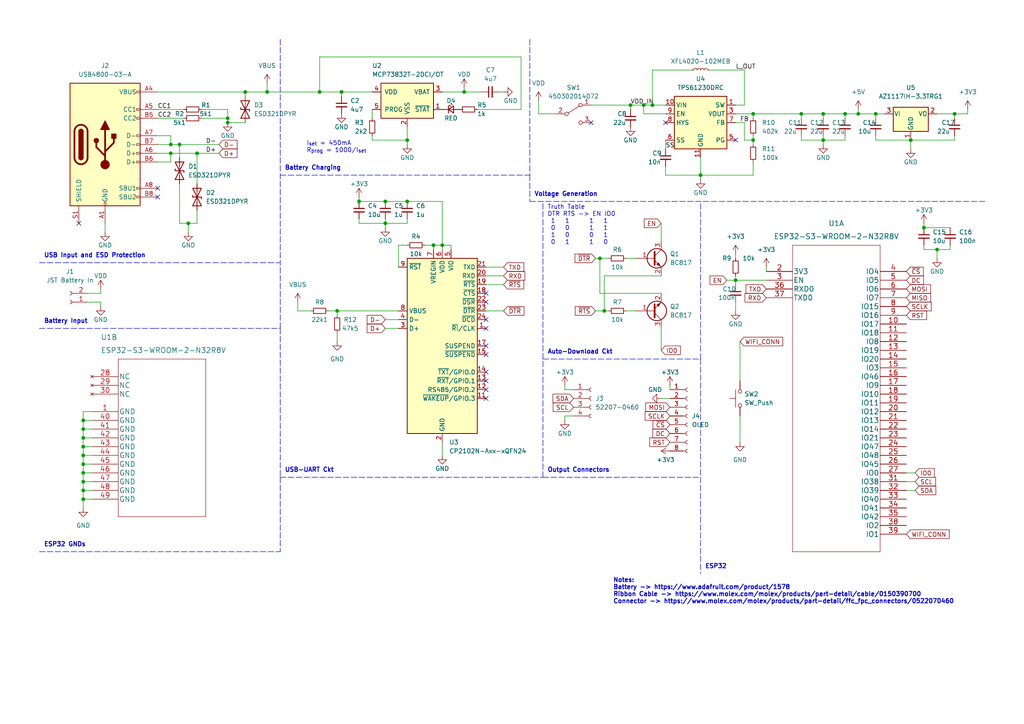
<source format=kicad_sch>
(kicad_sch (version 20211123) (generator eeschema)
  (paper "A4")
  (title_block (title "Project Lab 3 - Main Board") (rev "1"))
  (lib_symbols
    (symbol "Battery_Management:MCP73831-2-OT" (pin_names (offset 1.016))
      (property "Reference" "U?" (at -10.16 10.16 0))
      (property "Value" "MCP73832T-2DCI/OT" (at -10.16 7.62 0))
      (symbol "MCP73831-2-OT_1_1"
        (pin output line (at 10.16 -2.54 180) (length 2.54) (name "~{STAT}") (number "1"))
        (pin power_in line (at 0 -7.62 90) (length 2.54) (name "VSS") (number "2"))
        (pin power_out line (at 10.16 2.54 180) (length 2.54) (name "VBAT") (number "3"))
        (pin power_in line (at -10.16 2.54 0) (length 2.54) (name "VDD") (number "4"))
        (pin input line (at -10.16 -2.54 0) (length 2.54) (name "PROG") (number "5"))
      )
    )
    (symbol "Connector:Conn_01x02_Female" (pin_names (offset 1.016) hide)
      (property "Reference" "J" (at 0 2.54 0))
      (property "Value" "Conn_01x02_Female" (at 0 -5.08 0))
      (symbol "Conn_01x02_Female_1_1"
        (pin passive line (at -5.08 0 0) (length 3.81) (name "Pin_1") (number "1"))
        (pin passive line (at -5.08 -2.54 0) (length 3.81) (name "Pin_2") (number "2"))
      )
    )
    (symbol "Connector:Conn_01x04_Female" (pin_names (offset 1.016) hide)
      (property "Reference" "J" (at 0 5.08 0))
      (property "Value" "Conn_01x04_Female" (at 0 -7.62 0))
      (symbol "Conn_01x04_Female_1_1"
        (pin passive line (at -5.08 2.54 0) (length 3.81) (name "Pin_1") (number "1"))
        (pin passive line (at -5.08 0 0) (length 3.81) (name "Pin_2") (number "2"))
        (pin passive line (at -5.08 -2.54 0) (length 3.81) (name "Pin_3") (number "3"))
        (pin passive line (at -5.08 -5.08 0) (length 3.81) (name "Pin_4") (number "4"))
      )
    )
    (symbol "Connector:Conn_01x08_Female" (pin_names (offset 1.016) hide)
      (property "Reference" "J" (at 0 10.16 0))
      (property "Value" "Conn_01x08_Female" (at 0 -12.7 0))
      (symbol "Conn_01x08_Female_1_1"
        (pin passive line (at -5.08 7.62 0) (length 3.81) (name "Pin_1") (number "1"))
        (pin passive line (at -5.08 5.08 0) (length 3.81) (name "Pin_2") (number "2"))
        (pin passive line (at -5.08 2.54 0) (length 3.81) (name "Pin_3") (number "3"))
        (pin passive line (at -5.08 0 0) (length 3.81) (name "Pin_4") (number "4"))
        (pin passive line (at -5.08 -2.54 0) (length 3.81) (name "Pin_5") (number "5"))
        (pin passive line (at -5.08 -5.08 0) (length 3.81) (name "Pin_6") (number "6"))
        (pin passive line (at -5.08 -7.62 0) (length 3.81) (name "Pin_7") (number "7"))
        (pin passive line (at -5.08 -10.16 0) (length 3.81) (name "Pin_8") (number "8"))
      )
    )
    (symbol "Connector:USB_C_Receptacle_USB2.0" (pin_names (offset 1.016))
      (property "Reference" "J" (at -10.16 19.05 0))
      (property "Value" "USB_C_Receptacle_USB2.0" (at 19.05 19.05 0))
      (symbol "USB_C_Receptacle_USB2.0_1_1"
        (pin passive line (at 0 -22.86 90) (length 5.08) (name "GND") (number "A1"))
        (pin passive line (at 0 -22.86 90) (length 5.08) hide (name "GND") (number "A12"))
        (pin passive line (at 15.24 15.24 180) (length 5.08) (name "VBUS") (number "A4"))
        (pin bidirectional line (at 15.24 10.16 180) (length 5.08) (name "CC1") (number "A5"))
        (pin bidirectional line (at 15.24 -2.54 180) (length 5.08) (name "D+") (number "A6"))
        (pin bidirectional line (at 15.24 2.54 180) (length 5.08) (name "D-") (number "A7"))
        (pin bidirectional line (at 15.24 -12.7 180) (length 5.08) (name "SBU1") (number "A8"))
        (pin passive line (at 15.24 15.24 180) (length 5.08) hide (name "VBUS") (number "A9"))
        (pin passive line (at 0 -22.86 90) (length 5.08) hide (name "GND") (number "B1"))
        (pin passive line (at 0 -22.86 90) (length 5.08) hide (name "GND") (number "B12"))
        (pin passive line (at 15.24 15.24 180) (length 5.08) hide (name "VBUS") (number "B4"))
        (pin bidirectional line (at 15.24 7.62 180) (length 5.08) (name "CC2") (number "B5"))
        (pin bidirectional line (at 15.24 -5.08 180) (length 5.08) (name "D+") (number "B6"))
        (pin bidirectional line (at 15.24 0 180) (length 5.08) (name "D-") (number "B7"))
        (pin bidirectional line (at 15.24 -15.24 180) (length 5.08) (name "SBU2") (number "B8"))
        (pin passive line (at 15.24 15.24 180) (length 5.08) hide (name "VBUS") (number "B9"))
        (pin passive line (at -7.62 -22.86 90) (length 5.08) (name "SHIELD") (number "S1"))
      )
    )
    (symbol "Device:C_Small" (pin_numbers hide) (pin_names (offset 0.254) hide)
      (property "Reference" "C" (at 0.254 1.778 0))
      (property "Value" "C_Small" (at 0.254 -2.032 0))
      (symbol "C_Small_1_1"
        (pin passive line (at 0 2.54 270) (length 2.032) (name "~") (number "1"))
        (pin passive line (at 0 -2.54 90) (length 2.032) (name "~") (number "2"))
      )
    )
    (symbol "Device:D_TVS" (pin_numbers hide) (pin_names (offset 1.016) hide)
      (property "Reference" "D" (at 0 2.54 0))
      (property "Value" "D_TVS" (at 0 -2.54 0))
      (symbol "D_TVS_1_1"
        (pin passive line (at -3.81 0 0) (length 2.54) (name "A1") (number "1"))
        (pin passive line (at 3.81 0 180) (length 2.54) (name "A2") (number "2"))
      )
    )
    (symbol "Device:LED_Small" (pin_numbers hide) (pin_names (offset 0.254) hide)
      (property "Reference" "D" (at -1.27 3.175 0))
      (property "Value" "LED_Small" (at -4.445 -2.54 0))
      (symbol "LED_Small_1_1"
        (pin passive line (at -2.54 0 0) (length 1.778) (name "K") (number "1"))
        (pin passive line (at 2.54 0 180) (length 1.778) (name "A") (number "2"))
      )
    )
    (symbol "Device:L_Small" (pin_numbers hide) (pin_names (offset 0.254) hide)
      (property "Reference" "L" (at 0.762 1.016 0))
      (property "Value" "L_Small" (at 0.762 -1.016 0))
      (symbol "L_Small_1_1"
        (pin passive line (at 0 2.54 270) (length 0.508) (name "~") (number "1"))
        (pin passive line (at 0 -2.54 90) (length 0.508) (name "~") (number "2"))
      )
    )
    (symbol "Device:R_Small" (pin_numbers hide) (pin_names (offset 0.254) hide)
      (property "Reference" "R" (at 0.762 0.508 0))
      (property "Value" "R_Small" (at 0.762 -1.016 0))
      (symbol "R_Small_1_1"
        (pin passive line (at 0 2.54 270) (length 0.762) (name "~") (number "1"))
        (pin passive line (at 0 -2.54 90) (length 0.762) (name "~") (number "2"))
      )
    )
    (symbol "Interface_USB:CP2102N-Axx-xQFN24"
      (property "Reference" "U" (at -8.89 26.67 0))
      (property "Value" "CP2102N-Axx-xQFN24" (at 13.97 26.67 0))
      (symbol "CP2102N-Axx-xQFN24_1_1"
        (pin bidirectional line (at 12.7 5.08 180) (length 2.54) (name "~{RI}/CLK") (number "1"))
        (pin no_connect line (at -10.16 -22.86 0) (length 2.54) hide (name "NC") (number "10"))
        (pin bidirectional line (at 12.7 -15.24 180) (length 2.54) (name "~{WAKEUP}/GPIO.3") (number "11"))
        (pin bidirectional line (at 12.7 -12.7 180) (length 2.54) (name "RS485/GPIO.2") (number "12"))
        (pin bidirectional line (at 12.7 -10.16 180) (length 2.54) (name "~{RXT}/GPIO.1") (number "13"))
        (pin bidirectional line (at 12.7 -7.62 180) (length 2.54) (name "~{TXT}/GPIO.0") (number "14"))
        (pin output line (at 12.7 -2.54 180) (length 2.54) (name "~{SUSPEND}") (number "15"))
        (pin no_connect line (at 10.16 -22.86 180) (length 2.54) hide (name "NC") (number "16"))
        (pin output line (at 12.7 0 180) (length 2.54) (name "SUSPEND") (number "17"))
        (pin input line (at 12.7 15.24 180) (length 2.54) (name "~{CTS}") (number "18"))
        (pin output line (at 12.7 17.78 180) (length 2.54) (name "~{RTS}") (number "19"))
        (pin power_in line (at 0 -27.94 90) (length 2.54) (name "GND") (number "2"))
        (pin input line (at 12.7 20.32 180) (length 2.54) (name "RXD") (number "20"))
        (pin output line (at 12.7 22.86 180) (length 2.54) (name "TXD") (number "21"))
        (pin input line (at 12.7 12.7 180) (length 2.54) (name "~{DSR}") (number "22"))
        (pin output line (at 12.7 10.16 180) (length 2.54) (name "~{DTR}") (number "23"))
        (pin input line (at 12.7 7.62 180) (length 2.54) (name "~{DCD}") (number "24"))
        (pin passive line (at 0 -27.94 90) (length 2.54) hide (name "GND") (number "25"))
        (pin bidirectional line (at -12.7 5.08 0) (length 2.54) (name "D+") (number "3"))
        (pin bidirectional line (at -12.7 7.62 0) (length 2.54) (name "D-") (number "4"))
        (pin power_in line (at 2.54 27.94 270) (length 2.54) (name "VIO") (number "5"))
        (pin power_in line (at 0 27.94 270) (length 2.54) (name "VDD") (number "6"))
        (pin power_in line (at -2.54 27.94 270) (length 2.54) (name "VREGIN") (number "7"))
        (pin input line (at -12.7 10.16 0) (length 2.54) (name "VBUS") (number "8"))
        (pin input line (at -12.7 22.86 0) (length 2.54) (name "~{RST}") (number "9"))
      )
    )
    (symbol "Regulator_Linear:AZ1117-3.3" (pin_names (offset 0.254))
      (property "Reference" "U" (at -3.81 3.175 0))
      (property "Value" "AZ1117-3.3" (at 0 3.175 0))
      (symbol "AZ1117-3.3_1_1"
        (pin power_in line (at 0 -7.62 90) (length 2.54) (name "GND") (number "1"))
        (pin power_out line (at 7.62 0 180) (length 2.54) (name "VO") (number "2"))
        (pin power_in line (at -7.62 0 0) (length 2.54) (name "VI") (number "3"))
      )
    )
    (symbol "Regulator_Switching:TPS61230DRC"
      (property "Reference" "U" (at -7.62 11.43 0))
      (property "Value" "TPS61230DRC" (at -7.62 8.89 0))
      (symbol "TPS61230DRC_1_1"
        (pin power_out line (at 10.16 5.08 180) (length 2.54) (name "SW") (number "1"))
        (pin power_in line (at -10.16 5.08 0) (length 2.54) (name "VIN") (number "10"))
        (pin power_in line (at 0 -10.16 90) (length 2.54) (name "GND") (number "11"))
        (pin passive line (at 10.16 5.08 180) (length 2.54) hide (name "SW") (number "2"))
        (pin power_out line (at 10.16 2.54 180) (length 2.54) (name "VOUT") (number "3"))
        (pin passive line (at 10.16 2.54 180) (length 2.54) hide (name "VOUT") (number "4"))
        (pin output line (at 10.16 -5.08 180) (length 2.54) (name "PG") (number "5"))
        (pin input line (at -10.16 -5.08 0) (length 2.54) (name "SS") (number "6"))
        (pin input line (at 10.16 0 180) (length 2.54) (name "FB") (number "7"))
        (pin output line (at -10.16 0 0) (length 2.54) (name "HYS") (number "8"))
        (pin input line (at -10.16 2.54 0) (length 2.54) (name "EN") (number "9"))
      )
    )
    (symbol "Switch:SW_Push" (pin_numbers hide) (pin_names (offset 1.016) hide)
      (property "Reference" "SW" (at 1.27 2.54 0))
      (property "Value" "SW_Push" (at 0 -1.524 0))
      (symbol "SW_Push_0_1"
        (pin passive line (at -5.08 0 0) (length 2.54) (name "1") (number "1"))
        (pin passive line (at 5.08 0 180) (length 2.54) (name "2") (number "2"))
      )
    )
    (symbol "Switch:SW_SPDT" (pin_names (offset 0) hide)
      (property "Reference" "SW" (at 0 4.318 0))
      (property "Value" "SW_SPDT" (at 0 -5.08 0))
      (symbol "SW_SPDT_1_1"
        (pin passive line (at 5.08 2.54 180) (length 2.54) (name "A") (number "1"))
        (pin passive line (at -5.08 0 0) (length 2.54) (name "B") (number "2"))
        (pin passive line (at 5.08 -2.54 180) (length 2.54) (name "C") (number "3"))
      )
    )
    (symbol "Transistor_BJT:BC817" (pin_names (offset 0) hide)
      (property "Reference" "Q" (at 5.08 1.905 0))
      (property "Value" "BC817" (at 5.08 0 0))
      (symbol "BC817_1_1"
        (pin input line (at -5.08 0 0) (length 5.715) (name "B") (number "1"))
        (pin passive line (at 2.54 -5.08 90) (length 2.54) (name "E") (number "2"))
        (pin passive line (at 2.54 5.08 270) (length 2.54) (name "C") (number "3"))
      )
    )
    (symbol "esp32-s3-wroom2:ESP32-S3-WROOM-2-N32R8V" (pin_names (offset 0.254))
      (property "Reference" "U" (at 20.32 12.7 0))
      (property "Value" "ESP32-S3-WROOM-2-N32R8V" (at 20.32 10.16 0))
      (symbol "ESP32-S3-WROOM-2-N32R8V_1_1"
        (pin bidirectional line (at 40.64 -15.24 180) (length 7.62) (name "IO17") (number "10"))
        (pin bidirectional line (at 40.64 -17.78 180) (length 7.62) (name "IO18") (number "11"))
        (pin bidirectional line (at 40.64 -20.32 180) (length 7.62) (name "IO8") (number "12"))
        (pin bidirectional line (at 40.64 -22.86 180) (length 7.62) (name "IO19") (number "13"))
        (pin bidirectional line (at 40.64 -25.4 180) (length 7.62) (name "IO20") (number "14"))
        (pin bidirectional line (at 40.64 -27.94 180) (length 7.62) (name "IO3") (number "15"))
        (pin bidirectional line (at 40.64 -30.48 180) (length 7.62) (name "IO46") (number "16"))
        (pin bidirectional line (at 40.64 -33.02 180) (length 7.62) (name "IO9") (number "17"))
        (pin bidirectional line (at 40.64 -35.56 180) (length 7.62) (name "IO10") (number "18"))
        (pin bidirectional line (at 40.64 -38.1 180) (length 7.62) (name "IO11") (number "19"))
        (pin unspecified line (at 0 0 0) (length 7.62) (name "3V3") (number "2"))
        (pin bidirectional line (at 40.64 -40.64 180) (length 7.62) (name "IO12") (number "20"))
        (pin bidirectional line (at 40.64 -43.18 180) (length 7.62) (name "IO13") (number "21"))
        (pin bidirectional line (at 40.64 -45.72 180) (length 7.62) (name "IO14") (number "22"))
        (pin bidirectional line (at 40.64 -48.26 180) (length 7.62) (name "IO21") (number "23"))
        (pin bidirectional line (at 40.64 -50.8 180) (length 7.62) (name "IO47") (number "24"))
        (pin bidirectional line (at 40.64 -53.34 180) (length 7.62) (name "IO48") (number "25"))
        (pin bidirectional line (at 40.64 -55.88 180) (length 7.62) (name "IO45") (number "26"))
        (pin bidirectional line (at 40.64 -58.42 180) (length 7.62) (name "IO0") (number "27"))
        (pin unspecified line (at 0 -2.54 0) (length 7.62) (name "EN") (number "3"))
        (pin bidirectional line (at 40.64 -60.96 180) (length 7.62) (name "IO38") (number "31"))
        (pin bidirectional line (at 40.64 -63.5 180) (length 7.62) (name "IO39") (number "32"))
        (pin bidirectional line (at 40.64 -66.04 180) (length 7.62) (name "IO40") (number "33"))
        (pin bidirectional line (at 40.64 -68.58 180) (length 7.62) (name "IO41") (number "34"))
        (pin bidirectional line (at 40.64 -71.12 180) (length 7.62) (name "IO42") (number "35"))
        (pin bidirectional line (at 0 -5.08 0) (length 7.62) (name "RXD0") (number "36"))
        (pin bidirectional line (at 0 -7.62 0) (length 7.62) (name "TXD0") (number "37"))
        (pin bidirectional line (at 40.64 -73.66 180) (length 7.62) (name "IO2") (number "38"))
        (pin bidirectional line (at 40.64 -76.2 180) (length 7.62) (name "IO1") (number "39"))
        (pin bidirectional line (at 40.64 0 180) (length 7.62) (name "IO4") (number "4"))
        (pin bidirectional line (at 40.64 -2.54 180) (length 7.62) (name "IO5") (number "5"))
        (pin bidirectional line (at 40.64 -5.08 180) (length 7.62) (name "IO6") (number "6"))
        (pin bidirectional line (at 40.64 -7.62 180) (length 7.62) (name "IO7") (number "7"))
        (pin bidirectional line (at 40.64 -10.16 180) (length 7.62) (name "IO15") (number "8"))
        (pin bidirectional line (at 40.64 -12.7 180) (length 7.62) (name "IO16") (number "9"))
      )
      (symbol "ESP32-S3-WROOM-2-N32R8V_2_1"
        (pin power_in line (at 0 -10.16 0) (length 7.62) (name "GND") (number "1"))
        (pin no_connect line (at 0 0 0) (length 7.62) (name "NC") (number "28"))
        (pin no_connect line (at 0 -2.54 0) (length 7.62) (name "NC") (number "29"))
        (pin no_connect line (at 0 -5.08 0) (length 7.62) (name "NC") (number "30"))
        (pin power_in line (at 0 -12.7 0) (length 7.62) (name "GND") (number "40"))
        (pin power_in line (at 0 -15.24 0) (length 7.62) (name "GND") (number "41"))
        (pin power_in line (at 0 -17.78 0) (length 7.62) (name "GND") (number "42"))
        (pin power_in line (at 0 -20.32 0) (length 7.62) (name "GND") (number "43"))
        (pin power_in line (at 0 -22.86 0) (length 7.62) (name "GND") (number "44"))
        (pin power_in line (at 0 -25.4 0) (length 7.62) (name "GND") (number "45"))
        (pin power_in line (at 0 -27.94 0) (length 7.62) (name "GND") (number "46"))
        (pin power_in line (at 0 -30.48 0) (length 7.62) (name "GND") (number "47"))
        (pin power_in line (at 0 -33.02 0) (length 7.62) (name "GND") (number "48"))
        (pin power_in line (at 0 -35.56 0) (length 7.62) (name "GND") (number "49"))
      )
    )
    (symbol "power:+3V3" (power) (pin_names (offset 0))
      (property "Value" "+3V3" (at 0 3.556 0))
      (symbol "+3V3_1_1"
        (pin power_in line (at 0 0 90) (length 0) hide (name "+3V3") (number "1"))
      )
    )
    (symbol "power:+5V" (power) (pin_names (offset 0))
      (property "Value" "+5V" (at 0 3.556 0))
      (symbol "+5V_1_1"
        (pin power_in line (at 0 0 90) (length 0) hide (name "+5V") (number "1"))
      )
    )
    (symbol "power:GND" (power) (pin_names (offset 0))
      (property "Value" "GND" (at 0 -3.81 0))
      (symbol "GND_1_1"
        (pin power_in line (at 0 0 270) (length 0) hide (name "GND") (number "1"))
      )
    )
    (symbol "power:VBUS" (power) (pin_names (offset 0))
      (property "Value" "VBUS" (at 0 3.81 0))
      (symbol "VBUS_1_1"
        (pin power_in line (at 0 0 90) (length 0) hide (name "VBUS") (number "1"))
      )
    )
    (symbol "power:VDD" (power) (pin_names (offset 0))
      (property "Value" "VDD" (at 0 3.81 0))
      (symbol "VDD_1_1"
        (pin power_in line (at 0 0 90) (length 0) hide (name "VDD") (number "1"))
      )
    )
  )
  (junction (at 99.06 26.67))
  (junction (at 267.97 66.04))
  (junction (at 57.15 44.45))
  (junction (at 49.53 41.91))
  (junction (at 104.14 58.42))
  (junction (at 77.47 26.67))
  (junction (at 111.76 64.77))
  (junction (at 24.13 127))
  (junction (at 118.11 40.64))
  (junction (at 213.36 81.28))
  (junction (at 128.27 71.12))
  (junction (at 218.44 33.02))
  (junction (at 276.86 33.02))
  (junction (at 125.73 71.12))
  (junction (at 186.69 30.48))
  (junction (at 52.07 41.91))
  (junction (at 264.16 40.64))
  (junction (at 111.76 58.42))
  (junction (at 54.61 64.77))
  (junction (at 189.23 30.48))
  (junction (at 238.76 33.02))
  (junction (at 271.78 72.39))
  (junction (at 49.53 44.45))
  (junction (at 92.71 26.67))
  (junction (at 24.13 121.92))
  (junction (at 203.2 50.8))
  (junction (at 24.13 132.08))
  (junction (at 254 33.02))
  (junction (at 24.13 134.62))
  (junction (at 173.99 74.93))
  (junction (at 24.13 124.46))
  (junction (at 66.04 35.56))
  (junction (at 118.11 58.42))
  (junction (at 248.92 33.02))
  (junction (at 24.13 137.16))
  (junction (at 182.88 30.48))
  (junction (at 24.13 139.7))
  (junction (at 24.13 142.24))
  (junction (at 66.04 34.29))
  (junction (at 134.62 26.67))
  (junction (at 24.13 129.54))
  (junction (at 245.11 33.02))
  (junction (at 232.41 33.02))
  (junction (at 71.12 26.67))
  (junction (at 218.44 40.64))
  (junction (at 24.13 144.78))
  (junction (at 97.79 90.17))
  (junction (at 175.26 90.17))
  (junction (at 238.76 40.64))
  (no_connect (at 171.45 35.56))
  (no_connect (at 140.97 110.49))
  (no_connect (at 22.86 64.77))
  (no_connect (at 140.97 87.63))
  (no_connect (at 140.97 115.57))
  (no_connect (at 140.97 113.03))
  (no_connect (at 140.97 107.95))
  (no_connect (at 213.36 40.64))
  (no_connect (at 45.72 57.15))
  (no_connect (at 140.97 95.25))
  (no_connect (at 45.72 54.61))
  (no_connect (at 140.97 102.87))
  (no_connect (at 140.97 85.09))
  (no_connect (at 140.97 92.71))
  (no_connect (at 193.04 35.56))
  (no_connect (at 140.97 100.33))
  (wire (pts (xy 222.25 77.47) (xy 222.25 78.74)))
  (wire (pts (xy 66.04 31.75) (xy 58.42 31.75)))
  (wire (pts (xy 163.83 121.92) (xy 163.83 120.65)))
  (wire (pts (xy 24.13 124.46) (xy 26.67 124.46)))
  (polyline (pts (xy 81.28 50.8) (xy 153.67 50.8)))
  (wire (pts (xy 238.76 40.64) (xy 238.76 41.91)))
  (wire (pts (xy 29.21 87.63) (xy 29.21 88.9)))
  (wire (pts (xy 191.77 85.09) (xy 173.99 85.09)))
  (wire (pts (xy 24.13 121.92) (xy 26.67 121.92)))
  (wire (pts (xy 163.83 113.03) (xy 166.37 113.03)))
  (wire (pts (xy 95.25 90.17) (xy 97.79 90.17)))
  (wire (pts (xy 262.89 139.7) (xy 265.43 139.7)))
  (wire (pts (xy 173.99 74.93) (xy 176.53 74.93)))
  (wire (pts (xy 30.48 64.77) (xy 30.48 67.31)))
  (wire (pts (xy 213.36 33.02) (xy 218.44 33.02)))
  (wire (pts (xy 245.11 34.29) (xy 245.11 33.02)))
  (wire (pts (xy 193.04 50.8) (xy 203.2 50.8)))
  (polyline (pts (xy 11.43 76.2) (xy 81.28 76.2)))
  (wire (pts (xy 111.76 64.77) (xy 111.76 63.5)))
  (wire (pts (xy 66.04 35.56) (xy 66.04 34.29)))
  (wire (pts (xy 24.13 124.46) (xy 24.13 127)))
  (wire (pts (xy 134.62 26.67) (xy 139.7 26.67)))
  (wire (pts (xy 193.04 40.64) (xy 193.04 43.18)))
  (wire (pts (xy 111.76 92.71) (xy 115.57 92.71)))
  (wire (pts (xy 45.72 34.29) (xy 53.34 34.29)))
  (wire (pts (xy 24.13 121.92) (xy 24.13 124.46)))
  (wire (pts (xy 189.23 20.32) (xy 189.23 30.48)))
  (wire (pts (xy 134.62 25.4) (xy 134.62 26.67)))
  (wire (pts (xy 26.67 139.7) (xy 24.13 139.7)))
  (wire (pts (xy 24.13 134.62) (xy 24.13 137.16)))
  (wire (pts (xy 191.77 64.77) (xy 191.77 69.85)))
  (wire (pts (xy 24.13 132.08) (xy 24.13 134.62)))
  (wire (pts (xy 97.79 90.17) (xy 115.57 90.17)))
  (wire (pts (xy 26.67 137.16) (xy 24.13 137.16)))
  (wire (pts (xy 181.61 74.93) (xy 184.15 74.93)))
  (wire (pts (xy 276.86 40.64) (xy 276.86 39.37)))
  (wire (pts (xy 24.13 142.24) (xy 24.13 144.78)))
  (wire (pts (xy 156.21 33.02) (xy 161.29 33.02)))
  (wire (pts (xy 140.97 90.17) (xy 146.05 90.17)))
  (wire (pts (xy 128.27 58.42) (xy 128.27 71.12)))
  (wire (pts (xy 213.36 81.28) (xy 213.36 82.55)))
  (wire (pts (xy 271.78 72.39) (xy 275.59 72.39)))
  (wire (pts (xy 104.14 64.77) (xy 104.14 63.5)))
  (wire (pts (xy 125.73 71.12) (xy 125.73 72.39)))
  (wire (pts (xy 71.12 26.67) (xy 71.12 27.94)))
  (wire (pts (xy 24.13 127) (xy 24.13 129.54)))
  (wire (pts (xy 175.26 80.01) (xy 175.26 90.17)))
  (wire (pts (xy 24.13 137.16) (xy 24.13 139.7)))
  (wire (pts (xy 49.53 39.37) (xy 49.53 41.91)))
  (wire (pts (xy 182.88 31.75) (xy 182.88 30.48)))
  (wire (pts (xy 52.07 41.91) (xy 63.5 41.91)))
  (polyline (pts (xy 157.48 138.43) (xy 203.2 138.43)))
  (wire (pts (xy 191.77 115.57) (xy 194.31 115.57)))
  (wire (pts (xy 77.47 26.67) (xy 92.71 26.67)))
  (wire (pts (xy 26.67 119.38) (xy 24.13 119.38)))
  (wire (pts (xy 29.21 83.82) (xy 29.21 85.09)))
  (wire (pts (xy 45.72 26.67) (xy 71.12 26.67)))
  (wire (pts (xy 200.66 20.32) (xy 189.23 20.32)))
  (wire (pts (xy 218.44 33.02) (xy 232.41 33.02)))
  (polyline (pts (xy 203.2 104.14) (xy 203.2 166.37)))
  (wire (pts (xy 232.41 34.29) (xy 232.41 33.02)))
  (wire (pts (xy 57.15 44.45) (xy 63.5 44.45)))
  (wire (pts (xy 215.9 40.64) (xy 218.44 40.64)))
  (wire (pts (xy 49.53 41.91) (xy 52.07 41.91)))
  (wire (pts (xy 140.97 82.55) (xy 146.05 82.55)))
  (wire (pts (xy 218.44 46.99) (xy 218.44 50.8)))
  (wire (pts (xy 173.99 85.09) (xy 173.99 74.93)))
  (wire (pts (xy 24.13 144.78) (xy 24.13 147.32)))
  (polyline (pts (xy 157.48 104.14) (xy 203.2 104.14)))
  (polyline (pts (xy 81.28 138.43) (xy 157.48 138.43)))
  (wire (pts (xy 151.13 16.51) (xy 151.13 31.75)))
  (wire (pts (xy 24.13 119.38) (xy 24.13 121.92)))
  (wire (pts (xy 203.2 45.72) (xy 203.2 50.8)))
  (wire (pts (xy 99.06 27.94) (xy 99.06 26.67)))
  (wire (pts (xy 107.95 39.37) (xy 107.95 40.64)))
  (wire (pts (xy 254 39.37) (xy 254 40.64)))
  (wire (pts (xy 238.76 40.64) (xy 245.11 40.64)))
  (wire (pts (xy 71.12 26.67) (xy 77.47 26.67)))
  (wire (pts (xy 144.78 26.67) (xy 146.05 26.67)))
  (wire (pts (xy 130.81 71.12) (xy 128.27 71.12)))
  (wire (pts (xy 248.92 31.75) (xy 248.92 33.02)))
  (wire (pts (xy 123.19 71.12) (xy 125.73 71.12)))
  (wire (pts (xy 156.21 29.21) (xy 156.21 33.02)))
  (wire (pts (xy 111.76 58.42) (xy 118.11 58.42)))
  (polyline (pts (xy 153.67 50.8) (xy 153.67 58.42)))
  (wire (pts (xy 280.67 31.75) (xy 280.67 33.02)))
  (wire (pts (xy 276.86 33.02) (xy 280.67 33.02)))
  (wire (pts (xy 115.57 77.47) (xy 115.57 71.12)))
  (wire (pts (xy 49.53 46.99) (xy 45.72 46.99)))
  (wire (pts (xy 92.71 16.51) (xy 151.13 16.51)))
  (wire (pts (xy 172.72 90.17) (xy 175.26 90.17)))
  (wire (pts (xy 54.61 64.77) (xy 57.15 64.77)))
  (wire (pts (xy 276.86 33.02) (xy 271.78 33.02)))
  (wire (pts (xy 111.76 64.77) (xy 111.76 66.04)))
  (wire (pts (xy 264.16 40.64) (xy 276.86 40.64)))
  (wire (pts (xy 218.44 33.02) (xy 218.44 34.29)))
  (wire (pts (xy 24.13 132.08) (xy 26.67 132.08)))
  (wire (pts (xy 92.71 26.67) (xy 92.71 16.51)))
  (wire (pts (xy 86.36 90.17) (xy 90.17 90.17)))
  (wire (pts (xy 128.27 71.12) (xy 125.73 71.12)))
  (wire (pts (xy 271.78 72.39) (xy 271.78 74.93)))
  (wire (pts (xy 214.63 99.06) (xy 214.63 110.49)))
  (wire (pts (xy 115.57 71.12) (xy 118.11 71.12)))
  (wire (pts (xy 175.26 90.17) (xy 176.53 90.17)))
  (wire (pts (xy 191.77 95.25) (xy 191.77 101.6)))
  (wire (pts (xy 172.72 74.93) (xy 173.99 74.93)))
  (wire (pts (xy 77.47 24.13) (xy 77.47 26.67)))
  (wire (pts (xy 262.89 137.16) (xy 265.43 137.16)))
  (wire (pts (xy 267.97 66.04) (xy 275.59 66.04)))
  (wire (pts (xy 245.11 33.02) (xy 248.92 33.02)))
  (wire (pts (xy 24.13 134.62) (xy 26.67 134.62)))
  (polyline (pts (xy 81.28 138.43) (xy 81.28 160.02)))
  (wire (pts (xy 128.27 71.12) (xy 128.27 72.39)))
  (wire (pts (xy 214.63 120.65) (xy 214.63 128.27)))
  (wire (pts (xy 215.9 30.48) (xy 213.36 30.48)))
  (wire (pts (xy 58.42 34.29) (xy 66.04 34.29)))
  (wire (pts (xy 238.76 34.29) (xy 238.76 33.02)))
  (polyline (pts (xy 11.43 95.25) (xy 44.45 95.25)))
  (wire (pts (xy 25.4 85.09) (xy 29.21 85.09)))
  (polyline (pts (xy 153.67 11.43) (xy 153.67 50.8)))
  (wire (pts (xy 66.04 34.29) (xy 66.04 31.75)))
  (wire (pts (xy 205.74 20.32) (xy 215.9 20.32)))
  (wire (pts (xy 213.36 81.28) (xy 222.25 81.28)))
  (wire (pts (xy 66.04 35.56) (xy 71.12 35.56)))
  (wire (pts (xy 275.59 72.39) (xy 275.59 71.12)))
  (wire (pts (xy 254 33.02) (xy 256.54 33.02)))
  (polyline (pts (xy 81.28 95.25) (xy 81.28 138.43)))
  (wire (pts (xy 193.04 33.02) (xy 186.69 33.02)))
  (wire (pts (xy 111.76 95.25) (xy 115.57 95.25)))
  (wire (pts (xy 25.4 87.63) (xy 29.21 87.63)))
  (wire (pts (xy 104.14 58.42) (xy 111.76 58.42)))
  (wire (pts (xy 49.53 44.45) (xy 57.15 44.45)))
  (wire (pts (xy 128.27 128.27) (xy 128.27 132.08)))
  (wire (pts (xy 104.14 57.15) (xy 104.14 58.42)))
  (wire (pts (xy 245.11 40.64) (xy 245.11 39.37)))
  (wire (pts (xy 104.14 64.77) (xy 111.76 64.77)))
  (wire (pts (xy 107.95 31.75) (xy 107.95 34.29)))
  (wire (pts (xy 181.61 90.17) (xy 184.15 90.17)))
  (wire (pts (xy 186.69 33.02) (xy 186.69 30.48)))
  (wire (pts (xy 213.36 80.01) (xy 213.36 81.28)))
  (wire (pts (xy 238.76 39.37) (xy 238.76 40.64)))
  (polyline (pts (xy 203.2 104.14) (xy 203.2 58.42)))
  (wire (pts (xy 238.76 33.02) (xy 245.11 33.02)))
  (wire (pts (xy 54.61 67.31) (xy 54.61 64.77)))
  (wire (pts (xy 118.11 58.42) (xy 128.27 58.42)))
  (wire (pts (xy 203.2 52.07) (xy 203.2 50.8)))
  (wire (pts (xy 264.16 40.64) (xy 264.16 43.18)))
  (wire (pts (xy 218.44 40.64) (xy 218.44 41.91)))
  (wire (pts (xy 118.11 40.64) (xy 118.11 41.91)))
  (polyline (pts (xy 11.43 160.02) (xy 81.28 160.02)))
  (wire (pts (xy 97.79 96.52) (xy 97.79 99.06)))
  (wire (pts (xy 52.07 64.77) (xy 54.61 64.77)))
  (wire (pts (xy 138.43 31.75) (xy 151.13 31.75)))
  (wire (pts (xy 232.41 33.02) (xy 238.76 33.02)))
  (wire (pts (xy 45.72 41.91) (xy 49.53 41.91)))
  (wire (pts (xy 210.82 81.28) (xy 213.36 81.28)))
  (wire (pts (xy 45.72 44.45) (xy 49.53 44.45)))
  (wire (pts (xy 262.89 142.24) (xy 265.43 142.24)))
  (wire (pts (xy 189.23 30.48) (xy 193.04 30.48)))
  (wire (pts (xy 215.9 20.32) (xy 215.9 30.48)))
  (wire (pts (xy 52.07 41.91) (xy 52.07 45.72)))
  (wire (pts (xy 171.45 30.48) (xy 182.88 30.48)))
  (wire (pts (xy 232.41 39.37) (xy 232.41 40.64)))
  (wire (pts (xy 254 40.64) (xy 264.16 40.64)))
  (wire (pts (xy 24.13 144.78) (xy 26.67 144.78)))
  (wire (pts (xy 218.44 50.8) (xy 203.2 50.8)))
  (wire (pts (xy 52.07 53.34) (xy 52.07 64.77)))
  (wire (pts (xy 118.11 36.83) (xy 118.11 40.64)))
  (wire (pts (xy 191.77 80.01) (xy 175.26 80.01)))
  (wire (pts (xy 254 33.02) (xy 254 34.29)))
  (wire (pts (xy 24.13 129.54) (xy 24.13 132.08)))
  (wire (pts (xy 128.27 26.67) (xy 134.62 26.67)))
  (wire (pts (xy 163.83 120.65) (xy 166.37 120.65)))
  (wire (pts (xy 182.88 30.48) (xy 186.69 30.48)))
  (wire (pts (xy 194.31 111.76) (xy 194.31 113.03)))
  (wire (pts (xy 267.97 72.39) (xy 271.78 72.39)))
  (wire (pts (xy 57.15 44.45) (xy 57.15 53.34)))
  (wire (pts (xy 111.76 64.77) (xy 118.11 64.77)))
  (wire (pts (xy 163.83 111.76) (xy 163.83 113.03)))
  (polyline (pts (xy 157.48 138.43) (xy 157.48 58.42)))
  (wire (pts (xy 45.72 39.37) (xy 49.53 39.37)))
  (wire (pts (xy 218.44 39.37) (xy 218.44 40.64)))
  (wire (pts (xy 213.36 87.63) (xy 213.36 90.17)))
  (wire (pts (xy 140.97 80.01) (xy 146.05 80.01)))
  (wire (pts (xy 26.67 142.24) (xy 24.13 142.24)))
  (wire (pts (xy 24.13 127) (xy 26.67 127)))
  (wire (pts (xy 107.95 40.64) (xy 118.11 40.64)))
  (wire (pts (xy 92.71 26.67) (xy 99.06 26.67)))
  (wire (pts (xy 215.9 35.56) (xy 215.9 40.64)))
  (wire (pts (xy 213.36 73.66) (xy 213.36 74.93)))
  (wire (pts (xy 267.97 64.77) (xy 267.97 66.04)))
  (wire (pts (xy 232.41 40.64) (xy 238.76 40.64)))
  (wire (pts (xy 186.69 30.48) (xy 189.23 30.48)))
  (wire (pts (xy 49.53 44.45) (xy 49.53 46.99)))
  (polyline (pts (xy 81.28 95.25) (xy 81.28 76.2)))
  (polyline (pts (xy 44.45 95.25) (xy 81.28 95.25)))
  (wire (pts (xy 193.04 48.26) (xy 193.04 50.8)))
  (wire (pts (xy 140.97 77.47) (xy 146.05 77.47)))
  (wire (pts (xy 24.13 129.54) (xy 26.67 129.54)))
  (polyline (pts (xy 81.28 11.43) (xy 81.28 76.2)))
  (wire (pts (xy 276.86 34.29) (xy 276.86 33.02)))
  (wire (pts (xy 248.92 33.02) (xy 254 33.02)))
  (wire (pts (xy 267.97 72.39) (xy 267.97 71.12)))
  (wire (pts (xy 97.79 90.17) (xy 97.79 91.44)))
  (polyline (pts (xy 153.67 58.42) (xy 285.75 58.42)))
  (wire (pts (xy 53.34 31.75) (xy 45.72 31.75)))
  (wire (pts (xy 86.36 87.63) (xy 86.36 90.17)))
  (wire (pts (xy 130.81 72.39) (xy 130.81 71.12)))
  (wire (pts (xy 99.06 26.67) (xy 107.95 26.67)))
  (wire (pts (xy 24.13 139.7) (xy 24.13 142.24)))
  (wire (pts (xy 57.15 60.96) (xy 57.15 64.77)))
  (wire (pts (xy 118.11 64.77) (xy 118.11 63.5)))
  (wire (pts (xy 213.36 35.56) (xy 215.9 35.56)))
  (text "I_{set} = 450mA\nR_{prog} = 1000/I_{set}" (at 88.9 44.45 0) (effects (font (size 1.27 1.27)) (justify left bottom)))
  (text "Voltage Generation" (at 154.94 57.15 0) (effects (font (size 1.27 1.27) (thickness 0.254) bold) (justify left bottom)))
  (text "Battery Input" (at 12.7 93.98 0) (effects (font (size 1.27 1.27) (thickness 0.254) bold) (justify left bottom)))
  (text "Truth Table\nDTR RTS -> EN IO0\n 1   1      1   1 \n 0   0      1   1\n 1   0      0   1\n 0   1      1   0 " (at 158.75 71.12 0) (effects (font (size 1.27 1.27)) (justify left bottom)))
  (text "USB-UART Ckt" (at 82.55 137.16 0) (effects (font (size 1.27 1.27) (thickness 0.254) bold) (justify left bottom)))
  (text "ESP32" (at 204.47 165.1 0) (effects (font (size 1.27 1.27) (thickness 0.254) bold) (justify left bottom)))
  (text "USB Input and ESD Protection" (at 12.7 74.93 0) (effects (font (size 1.27 1.27) (thickness 0.254) bold) (justify left bottom)))
  (text "Battery Charging" (at 82.55 49.53 0) (effects (font (size 1.27 1.27) (thickness 0.254) bold) (justify left bottom)))
  (text "Notes:\nBattery -> https://www.adafruit.com/product/1578\nRibbon Cable -> https://www.molex.com/molex/products/part-detail/cable/0150390700\nConnector -> https://www.molex.com/molex/products/part-detail/ffc_fpc_connectors/0522070460" (at 177.8 175.26 0) (effects (font (size 1.27 1.27) (thickness 0.254) bold) (justify left bottom)))
  (text "ESP32 GNDs" (at 12.7 158.75 0) (effects (font (size 1.27 1.27) (thickness 0.254) bold) (justify left bottom)))
  (text "Output Connectors" (at 158.75 137.16 0) (effects (font (size 1.27 1.27) (thickness 0.254) bold) (justify left bottom)))
  (text "Auto-Download Ckt" (at 158.75 102.87 0) (effects (font (size 1.27 1.27) (thickness 0.254) bold) (justify left bottom)))
  (label "SS" (at 193.04 43.18 0))
  (label "D+" (at 59.69 44.45 0))
  (label "VDD_IN" (at 182.88 30.48 0))
  (label "CC2" (at 45.72 34.29 0))
  (label "D-" (at 59.69 41.91 0))
  (label "L_OUT" (at 213.36 20.32 0))
  (label "FB" (at 214.63 35.56 0))
  (label "CC1" (at 45.72 31.75 0))
  (global_label "SCL" (shape input) (at 265.43 139.7 0) (property "Intersheet References" "${INTERSHEET_REFS}" (effects hide)))
  (global_label "~{DTR}" (shape input) (at 172.72 74.93 180) (property "Intersheet References" "${INTERSHEET_REFS}" (effects hide)))
  (global_label "TXD" (shape input) (at 146.05 77.47 0) (property "Intersheet References" "${INTERSHEET_REFS}" (effects hide)))
  (global_label "D+" (shape input) (at 111.76 95.25 180) (property "Intersheet References" "${INTERSHEET_REFS}" (effects hide)))
  (global_label "D+" (shape input) (at 63.5 44.45 0) (property "Intersheet References" "${INTERSHEET_REFS}" (effects hide)))
  (global_label "DC" (shape input) (at 194.31 125.73 180) (property "Intersheet References" "${INTERSHEET_REFS}" (effects hide)))
  (global_label "MOSI" (shape input) (at 262.89 83.82 0) (property "Intersheet References" "${INTERSHEET_REFS}" (effects hide)))
  (global_label "~{RTS}" (shape input) (at 146.05 82.55 0) (property "Intersheet References" "${INTERSHEET_REFS}" (effects hide)))
  (global_label "~{RTS}" (shape input) (at 172.72 90.17 180) (property "Intersheet References" "${INTERSHEET_REFS}" (effects hide)))
  (global_label "EN" (shape input) (at 210.82 81.28 180) (property "Intersheet References" "${INTERSHEET_REFS}" (effects hide)))
  (global_label "SCLK" (shape input) (at 194.31 120.65 180) (property "Intersheet References" "${INTERSHEET_REFS}" (effects hide)))
  (global_label "RST" (shape input) (at 194.31 128.27 180) (property "Intersheet References" "${INTERSHEET_REFS}" (effects hide)))
  (global_label "RXD" (shape input) (at 222.25 86.36 180) (property "Intersheet References" "${INTERSHEET_REFS}" (effects hide)))
  (global_label "IO0" (shape input) (at 265.43 137.16 0) (property "Intersheet References" "${INTERSHEET_REFS}" (effects hide)))
  (global_label "MISO" (shape input) (at 262.89 86.36 0) (property "Intersheet References" "${INTERSHEET_REFS}" (effects hide)))
  (global_label "RXD" (shape input) (at 146.05 80.01 0) (property "Intersheet References" "${INTERSHEET_REFS}" (effects hide)))
  (global_label "~{DTR}" (shape input) (at 146.05 90.17 0) (property "Intersheet References" "${INTERSHEET_REFS}" (effects hide)))
  (global_label "SDA" (shape input) (at 265.43 142.24 0) (property "Intersheet References" "${INTERSHEET_REFS}" (effects hide)))
  (global_label "D-" (shape input) (at 111.76 92.71 180) (property "Intersheet References" "${INTERSHEET_REFS}" (effects hide)))
  (global_label "~{CS}" (shape input) (at 194.31 123.19 180) (property "Intersheet References" "${INTERSHEET_REFS}" (effects hide)))
  (global_label "TXD" (shape input) (at 222.25 83.82 180) (property "Intersheet References" "${INTERSHEET_REFS}" (effects hide)))
  (global_label "SCLK" (shape input) (at 262.89 88.9 0) (property "Intersheet References" "${INTERSHEET_REFS}" (effects hide)))
  (global_label "SCL" (shape input) (at 166.37 118.11 180) (property "Intersheet References" "${INTERSHEET_REFS}" (effects hide)))
  (global_label "DC" (shape input) (at 262.89 81.28 0) (property "Intersheet References" "${INTERSHEET_REFS}" (effects hide)))
  (global_label "D-" (shape input) (at 63.5 41.91 0) (property "Intersheet References" "${INTERSHEET_REFS}" (effects hide)))
  (global_label "IO0" (shape input) (at 191.77 101.6 0) (property "Intersheet References" "${INTERSHEET_REFS}" (effects hide)))
  (global_label "WIFI_CONN" (shape input) (at 262.89 154.94 0) (property "Intersheet References" "${INTERSHEET_REFS}" (effects hide)))
  (global_label "MOSI" (shape input) (at 194.31 118.11 180) (property "Intersheet References" "${INTERSHEET_REFS}" (effects hide)))
  (global_label "RST" (shape input) (at 262.89 91.44 0) (property "Intersheet References" "${INTERSHEET_REFS}" (effects hide)))
  (global_label "EN" (shape input) (at 191.77 64.77 180) (property "Intersheet References" "${INTERSHEET_REFS}" (effects hide)))
  (global_label "~{CS}" (shape input) (at 262.89 78.74 0) (property "Intersheet References" "${INTERSHEET_REFS}" (effects hide)))
  (global_label "WIFI_CONN" (shape input) (at 214.63 99.06 0) (property "Intersheet References" "${INTERSHEET_REFS}" (effects hide)))
  (global_label "SDA" (shape input) (at 166.37 115.57 180) (property "Intersheet References" "${INTERSHEET_REFS}" (effects hide)))
  (symbol (lib_id "esp32-s3-wroom2:ESP32-S3-WROOM-2-N32R8V") (at 26.67 109.22 0) (unit 2)
    (property "Reference" "U1" (at 29.21 97.79 0) (effects (font (size 1.524 1.524)) (justify left)))
    (property "Value" "ESP32-S3-WROOM-2-N32R8V" (at 29.21 101.6 0) (effects (font (size 1.524 1.524)) (justify left)))
    (property "Footprint" "my_foot:ESP32-S3-WROOM-2-N32R8V" (effects hide))
  )
  (symbol (lib_id "Regulator_Switching:TPS61230DRC") (at 203.2 35.56 0) (unit 1)
    (property "Reference" "U4" (at 203.2 22.86 0))
    (property "Value" "TPS61230DRC" (at 203.2 25.4 0))
    (property "Footprint" "Package_SON:Texas_S-PVSON-N10_ThermalVias" (effects hide))
    (property "Datasheet" "http://www.ti.com/lit/ds/symlink/tps61232.pdf" (effects hide))
  )
  (symbol (lib_id "Regulator_Linear:AZ1117-3.3") (at 264.16 33.02 0) (unit 1)
    (property "Reference" "U5" (at 264.16 25.4 0))
    (property "Value" "AZ1117IH-3.3TRG1" (at 264.16 27.94 0))
    (property "Footprint" "Package_TO_SOT_SMD:SOT-223" (effects hide))
    (property "Datasheet" "https://www.diodes.com/assets/Datasheets/AZ1117.pdf" (effects hide))
  )
  (symbol (lib_id "power:+3V3") (at 194.31 111.76 0) (unit 1)
    (property "Reference" "#PWR0102" (effects hide))
    (property "Value" "+3V3" (at 194.31 107.95 0))
  )
  (symbol (lib_id "Device:R_Small") (at 213.36 77.47 180) (unit 1)
    (property "Reference" "R9" (at 210.82 74.93 0))
    (property "Value" "10k" (at 217.17 74.93 0))
    (property "Footprint" "Resistor_SMD:R_1210_3225Metric" (effects hide))
  )
  (symbol (lib_id "Device:R_Small") (at 135.89 31.75 270) (unit 1)
    (property "Reference" "R5" (at 138.43 30.48 90) (effects (justify left)))
    (property "Value" "1k" (at 138.43 33.02 90) (effects (justify left)))
    (property "Footprint" "Resistor_SMD:R_0805_2012Metric" (effects hide))
  )
  (symbol (lib_id "Device:C_Small") (at 142.24 26.67 90) (unit 1)
    (property "Reference" "C7" (at 142.2463 20.32 90))
    (property "Value" "4u7" (at 142.2463 22.86 90))
    (property "Footprint" "Capacitor_SMD:C_0603_1608Metric" (effects hide))
  )
  (symbol (lib_id "Device:C_Small") (at 245.11 36.83 0) (unit 1)
    (property "Reference" "C13" (at 241.3 35.56 0) (effects (justify left)))
    (property "Value" "22u" (at 241.3 38.1 0) (effects (justify left)))
    (property "Footprint" "Capacitor_SMD:C_1206_3216Metric" (effects hide))
  )
  (symbol (lib_id "power:+3V3") (at 222.25 77.47 0) (unit 1)
    (property "Reference" "#PWR029" (effects hide))
    (property "Value" "+3V3" (at 222.25 72.39 0))
  )
  (symbol (lib_id "power:GND") (at 97.79 99.06 0) (unit 1)
    (property "Reference" "#PWR012" (effects hide))
    (property "Value" "GND" (at 97.79 104.14 0))
  )
  (symbol (lib_id "power:GND") (at 238.76 41.91 0) (unit 1)
    (property "Reference" "#PWR030" (effects hide))
    (property "Value" "GND" (at 238.76 45.72 0))
  )
  (symbol (lib_id "Connector:USB_C_Receptacle_USB2.0") (at 30.48 41.91 0) (unit 1)
    (property "Reference" "J2" (at 30.48 19.05 0))
    (property "Value" "USB4800-03-A" (at 30.48 21.59 0))
    (property "Footprint" "Connector_USB:USB_C_Receptacle_HRO_TYPE-C-31-M-12" (effects hide))
    (property "Datasheet" "https://www.usb.org/sites/default/files/documents/usb_type-c.zip" (effects hide))
  )
  (symbol (lib_id "Device:R_Small") (at 179.07 74.93 90) (unit 1)
    (property "Reference" "R6" (at 179.07 72.39 90))
    (property "Value" "10k" (at 179.07 77.47 90))
    (property "Footprint" "Resistor_SMD:R_1210_3225Metric" (effects hide))
  )
  (symbol (lib_id "Device:D_TVS") (at 52.07 49.53 90) (unit 1)
    (property "Reference" "D1" (at 54.61 48.2599 90) (effects (justify right)))
    (property "Value" "ESD321DPYR" (at 54.61 50.7999 90) (effects (justify right)))
    (property "Footprint" "Diode_SMD:D_0402_1005Metric" (effects hide))
  )
  (symbol (lib_id "Device:L_Small") (at 203.2 20.32 90) (unit 1)
    (property "Reference" "L1" (at 203.2 15.24 90))
    (property "Value" "XFL4020-102MEB" (at 203.2 17.78 90))
    (property "Footprint" "my_foot:L_SMD_4.8_x_2.85" (effects hide))
  )
  (symbol (lib_id "Connector:Conn_01x02_Female") (at 20.32 87.63 180) (unit 1)
    (property "Reference" "J1" (at 20.32 78.74 0))
    (property "Value" "JST Battery In" (at 20.32 81.28 0))
    (property "Footprint" "Connector_JST:JST_PH_B2B-PH-K_1x02_P2.00mm_Vertical" (effects hide))
  )
  (symbol (lib_id "Switch:SW_Push") (at 214.63 115.57 90) (unit 1)
    (property "Reference" "SW2" (at 215.9 114.2999 90) (effects (justify right)))
    (property "Value" "SW_Push" (at 215.9 116.8399 90) (effects (justify right)))
    (property "Footprint" "Button_Switch_SMD:SW_SPST_B3U-1000P" (effects hide))
  )
  (symbol (lib_id "Device:R_Small") (at 218.44 36.83 0) (unit 1)
    (property "Reference" "R10" (at 220.98 35.5599 0) (effects (justify left)))
    (property "Value" "402k" (at 220.98 38.0999 0) (effects (justify left)))
    (property "Footprint" "Resistor_SMD:R_0603_1608Metric" (effects hide))
  )
  (symbol (lib_id "power:GND") (at 146.05 26.67 90) (unit 1)
    (property "Reference" "#PWR019" (effects hide))
    (property "Value" "GND" (at 146.05 29.21 90) (effects (justify right)))
  )
  (symbol (lib_id "Device:R_Small") (at 107.95 36.83 0) (unit 1)
    (property "Reference" "R3" (at 102.87 35.56 0) (effects (justify left)))
    (property "Value" "2k2" (at 102.87 38.1 0) (effects (justify left)))
    (property "Footprint" "Resistor_SMD:R_0201_0603Metric" (effects hide))
  )
  (symbol (lib_id "Transistor_BJT:BC817") (at 189.23 90.17 0) (mirror x) (unit 1)
    (property "Reference" "Q2" (at 194.31 88.8999 0) (effects (justify left)))
    (property "Value" "BC817" (at 194.31 91.4399 0) (effects (justify left)))
    (property "Footprint" "Package_TO_SOT_SMD:SOT-23" (effects hide))
    (property "Datasheet" "https://www.onsemi.com/pub/Collateral/BC818-D.pdf" (effects hide))
  )
  (symbol (lib_id "power:GND") (at 271.78 74.93 0) (unit 1)
    (property "Reference" "#PWR034" (effects hide))
    (property "Value" "GND" (at 271.78 78.74 0))
  )
  (symbol (lib_id "Device:C_Small") (at 193.04 45.72 0) (unit 1)
    (property "Reference" "C9" (at 189.23 44.45 0) (effects (justify left)))
    (property "Value" "10n" (at 187.96 46.99 0) (effects (justify left)))
    (property "Footprint" "Capacitor_SMD:C_0201_0603Metric" (effects hide))
  )
  (symbol (lib_id "power:+3V3") (at 104.14 57.15 0) (unit 1)
    (property "Reference" "#PWR014" (effects hide))
    (property "Value" "+3V3" (at 104.14 53.34 0))
  )
  (symbol (lib_id "power:GND") (at 24.13 147.32 0) (unit 1)
    (property "Reference" "#PWR01" (effects hide))
    (property "Value" "GND" (at 24.13 152.4 0))
  )
  (symbol (lib_id "power:+3V3") (at 267.97 64.77 0) (unit 1)
    (property "Reference" "#PWR033" (effects hide))
    (property "Value" "+3V3" (at 267.97 60.96 0))
  )
  (symbol (lib_id "Device:R_Small") (at 179.07 90.17 90) (unit 1)
    (property "Reference" "R7" (at 179.07 87.63 90))
    (property "Value" "10k" (at 179.07 92.71 90))
    (property "Footprint" "Resistor_SMD:R_1210_3225Metric" (effects hide))
  )
  (symbol (lib_id "Device:C_Small") (at 276.86 36.83 0) (unit 1)
    (property "Reference" "C17" (at 273.05 35.56 0) (effects (justify left)))
    (property "Value" "22u" (at 271.78 38.1 0) (effects (justify left)))
    (property "Footprint" "Capacitor_SMD:C_1206_3216Metric" (effects hide))
  )
  (symbol (lib_id "power:GND") (at 111.76 66.04 0) (unit 1)
    (property "Reference" "#PWR015" (effects hide))
    (property "Value" "GND" (at 111.76 69.85 0))
  )
  (symbol (lib_id "Device:C_Small") (at 104.14 60.96 0) (unit 1)
    (property "Reference" "C4" (at 106.68 59.6962 0) (effects (justify left)))
    (property "Value" "10u" (at 106.68 62.2362 0) (effects (justify left)))
    (property "Footprint" "Capacitor_SMD:C_0805_2012Metric" (effects hide))
  )
  (symbol (lib_id "Device:C_Small") (at 232.41 36.83 0) (unit 1)
    (property "Reference" "C11" (at 228.6 35.56 0) (effects (justify left)))
    (property "Value" "22u" (at 227.33 38.1 0) (effects (justify left)))
    (property "Footprint" "Capacitor_SMD:C_1206_3216Metric" (effects hide))
  )
  (symbol (lib_id "Device:D_TVS") (at 71.12 31.75 90) (unit 1)
    (property "Reference" "D3" (at 73.66 30.4799 90) (effects (justify right)))
    (property "Value" "ESD321DPYR" (at 73.66 33.0199 90) (effects (justify right)))
    (property "Footprint" "Diode_SMD:D_0402_1005Metric" (effects hide))
  )
  (symbol (lib_id "power:GND") (at 203.2 52.07 0) (unit 1)
    (property "Reference" "#PWR024" (effects hide))
    (property "Value" "GND" (at 203.2 55.88 0))
  )
  (symbol (lib_id "power:VDD") (at 156.21 29.21 0) (unit 1)
    (property "Reference" "#PWR020" (effects hide))
    (property "Value" "VDD" (at 156.21 24.13 0))
  )
  (symbol (lib_id "power:GND") (at 163.83 121.92 0) (unit 1)
    (property "Reference" "#PWR022" (effects hide))
    (property "Value" "GND" (at 163.83 125.73 0))
  )
  (symbol (lib_id "Device:C_Small") (at 238.76 36.83 0) (unit 1)
    (property "Reference" "C12" (at 234.95 35.56 0) (effects (justify left)))
    (property "Value" "22u" (at 234.95 38.1 0) (effects (justify left)))
    (property "Footprint" "Capacitor_SMD:C_1206_3216Metric" (effects hide))
  )
  (symbol (lib_id "Device:C_Small") (at 213.36 85.09 0) (unit 1)
    (property "Reference" "C10" (at 209.55 83.82 0) (effects (justify left)))
    (property "Value" "100n" (at 208.28 86.36 0) (effects (justify left)))
    (property "Footprint" "Capacitor_SMD:C_0603_1608Metric" (effects hide))
  )
  (symbol (lib_id "Device:R_Small") (at 55.88 31.75 90) (unit 1)
    (property "Reference" "R1" (at 59.69 30.48 90))
    (property "Value" "5k1" (at 59.69 33.02 90))
    (property "Footprint" "Resistor_SMD:R_0201_0603Metric" (effects hide))
  )
  (symbol (lib_id "power:+3V3") (at 163.83 111.76 0) (unit 1)
    (property "Reference" "#PWR021" (effects hide))
    (property "Value" "+3V3" (at 163.83 107.95 0))
  )
  (symbol (lib_id "power:GND") (at 30.48 67.31 0) (unit 1)
    (property "Reference" "#PWR04" (effects hide))
    (property "Value" "GND" (at 30.48 71.12 0))
  )
  (symbol (lib_id "esp32-s3-wroom2:ESP32-S3-WROOM-2-N32R8V") (at 222.25 78.74 0) (unit 1)
    (property "Reference" "U1" (at 242.57 64.77 0) (effects (font (size 1.524 1.524))))
    (property "Value" "ESP32-S3-WROOM-2-N32R8V" (at 242.57 68.58 0) (effects (font (size 1.524 1.524))))
    (property "Footprint" "my_foot:ESP32-S3-WROOM-2-N32R8V" (effects hide))
  )
  (symbol (lib_id "Switch:SW_SPDT") (at 166.37 33.02 0) (unit 1)
    (property "Reference" "SW1" (at 166.37 25.4 0))
    (property "Value" "450302014072 " (at 166.37 27.94 0))
    (property "Footprint" "my_foot:SS12D00(SPDT amazon)" (effects hide))
  )
  (symbol (lib_id "power:VDD") (at 29.21 83.82 0) (unit 1)
    (property "Reference" "#PWR02" (effects hide))
    (property "Value" "VDD" (at 29.21 80.01 0))
  )
  (symbol (lib_id "power:VBUS") (at 77.47 24.13 0) (unit 1)
    (property "Reference" "#PWR010" (effects hide))
    (property "Value" "VBUS" (at 77.47 19.05 0))
  )
  (symbol (lib_id "Battery_Management:MCP73831-2-OT") (at 118.11 29.21 0) (unit 1)
    (property "Reference" "U2" (at 107.95 19.05 0) (effects (justify left)))
    (property "Value" "MCP73832T-2DCI/OT" (at 107.95 21.59 0) (effects (justify left)))
    (property "Footprint" "Package_TO_SOT_SMD:SOT-23-5" (effects hide))
    (property "Datasheet" "http://ww1.microchip.com/downloads/en/DeviceDoc/20001984g.pdf" (effects hide))
  )
  (symbol (lib_id "Device:R_Small") (at 120.65 71.12 90) (unit 1)
    (property "Reference" "R4" (at 120.65 68.58 90))
    (property "Value" "10k" (at 120.65 73.66 90))
    (property "Footprint" "Resistor_SMD:R_1210_3225Metric" (effects hide))
  )
  (symbol (lib_id "power:+5V") (at 248.92 31.75 0) (unit 1)
    (property "Reference" "#PWR031" (effects hide))
    (property "Value" "+5V" (at 248.92 26.67 0))
  )
  (symbol (lib_id "power:+3V3") (at 194.31 130.81 90) (unit 1)
    (property "Reference" "#PWR07" (effects hide))
    (property "Value" "+3V3" (at 193.04 133.35 90))
  )
  (symbol (lib_id "Device:C_Small") (at 99.06 30.48 0) (unit 1)
    (property "Reference" "C2" (at 101.6 29.2162 0) (effects (justify left)))
    (property "Value" "4u7" (at 101.6 31.7562 0) (effects (justify left)))
    (property "Footprint" "Capacitor_SMD:C_0603_1608Metric" (effects hide))
  )
  (symbol (lib_id "power:GND") (at 128.27 132.08 0) (unit 1)
    (property "Reference" "#PWR017" (effects hide))
    (property "Value" "GND" (at 128.27 135.89 0))
  )
  (symbol (lib_id "Device:C_Small") (at 111.76 60.96 0) (unit 1)
    (property "Reference" "C5" (at 114.3 59.6962 0) (effects (justify left)))
    (property "Value" "1u" (at 114.3 62.2362 0) (effects (justify left)))
    (property "Footprint" "Capacitor_SMD:C_0805_2012Metric" (effects hide))
  )
  (symbol (lib_id "power:GND") (at 118.11 41.91 0) (unit 1)
    (property "Reference" "#PWR016" (effects hide))
    (property "Value" "GND" (at 118.11 45.72 0))
  )
  (symbol (lib_id "power:GND") (at 191.77 115.57 270) (unit 1)
    (property "Reference" "#PWR05" (effects hide))
    (property "Value" "GND" (at 187.96 113.03 90) (effects (justify left)))
  )
  (symbol (lib_id "Device:LED_Small") (at 130.81 31.75 0) (unit 1)
    (property "Reference" "D4" (at 130.81 29.21 0))
    (property "Value" "RED" (at 130.81 34.29 0))
    (property "Footprint" "LED_SMD:LED_0603_1608Metric" (effects hide))
  )
  (symbol (lib_id "power:GND") (at 54.61 67.31 0) (unit 1)
    (property "Reference" "#PWR06" (effects hide))
    (property "Value" "GND" (at 54.61 71.12 0))
  )
  (symbol (lib_id "power:+3V3") (at 280.67 31.75 0) (unit 1)
    (property "Reference" "#PWR035" (effects hide))
    (property "Value" "+3V3" (at 280.67 26.67 0))
  )
  (symbol (lib_id "Connector:Conn_01x08_Female") (at 199.39 120.65 0) (unit 1)
    (property "Reference" "J4" (at 200.66 120.6499 0) (effects (justify left)))
    (property "Value" "OLED" (at 200.66 123.1899 0) (effects (justify left)))
    (property "Footprint" "Connector_PinHeader_2.54mm:PinHeader_1x08_P2.54mm_Vertical" (effects hide))
  )
  (symbol (lib_id "power:GND") (at 66.04 35.56 0) (unit 1)
    (property "Reference" "#PWR08" (effects hide))
    (property "Value" "GND" (at 66.04 39.37 0))
  )
  (symbol (lib_id "Connector:Conn_01x04_Female") (at 171.45 115.57 0) (unit 1)
    (property "Reference" "J3" (at 172.72 115.5699 0) (effects (justify left)))
    (property "Value" "52207-0460 " (at 172.72 118.1099 0) (effects (justify left)))
    (property "Footprint" "my_foot:0522070433" (effects hide))
  )
  (symbol (lib_id "Device:D_TVS") (at 57.15 57.15 90) (unit 1)
    (property "Reference" "D2" (at 59.69 55.8799 90) (effects (justify right)))
    (property "Value" "ESD321DPYR" (at 59.69 58.4199 90) (effects (justify right)))
    (property "Footprint" "Diode_SMD:D_0402_1005Metric" (effects hide))
  )
  (symbol (lib_id "Device:R_Small") (at 55.88 34.29 90) (unit 1)
    (property "Reference" "R2" (at 52.07 33.02 90))
    (property "Value" "5k1" (at 52.07 35.56 90))
    (property "Footprint" "Resistor_SMD:R_0201_0603Metric" (effects hide))
  )
  (symbol (lib_id "Device:R_Small") (at 218.44 44.45 0) (unit 1)
    (property "Reference" "R11" (at 220.98 43.1799 0) (effects (justify left)))
    (property "Value" "100k" (at 220.98 45.7199 0) (effects (justify left)))
    (property "Footprint" "Resistor_SMD:R_0603_1608Metric" (effects hide))
  )
  (symbol (lib_id "power:GND") (at 182.88 36.83 0) (unit 1)
    (property "Reference" "#PWR023" (effects hide))
    (property "Value" "GND" (at 182.88 40.64 0))
  )
  (symbol (lib_id "Device:R_Small") (at 92.71 90.17 90) (unit 1)
    (property "Reference" "R8" (at 92.71 87.63 90))
    (property "Value" "22k1" (at 92.71 92.71 90))
    (property "Footprint" "Resistor_SMD:R_0402_1005Metric" (effects hide))
  )
  (symbol (lib_id "Device:C_Small") (at 254 36.83 0) (unit 1)
    (property "Reference" "C14" (at 250.19 35.56 0) (effects (justify left)))
    (property "Value" "10u" (at 248.92 38.1 0) (effects (justify left)))
    (property "Footprint" "Capacitor_SMD:C_0805_2012Metric" (effects hide))
  )
  (symbol (lib_id "Device:R_Small") (at 97.79 93.98 180) (unit 1)
    (property "Reference" "R12" (at 101.6 92.71 0))
    (property "Value" "47k5" (at 101.6 95.25 0))
    (property "Footprint" "Resistor_SMD:R_0402_1005Metric" (effects hide))
  )
  (symbol (lib_id "power:GND") (at 213.36 90.17 0) (unit 1)
    (property "Reference" "#PWR028" (effects hide))
    (property "Value" "GND" (at 213.36 93.98 0))
  )
  (symbol (lib_id "power:VDD") (at 134.62 25.4 0) (unit 1)
    (property "Reference" "#PWR018" (effects hide))
    (property "Value" "VDD" (at 134.62 21.59 0))
  )
  (symbol (lib_id "power:GND") (at 29.21 88.9 0) (unit 1)
    (property "Reference" "#PWR03" (effects hide))
    (property "Value" "GND" (at 29.21 92.71 0))
  )
  (symbol (lib_id "power:GND") (at 264.16 43.18 0) (unit 1)
    (property "Reference" "#PWR032" (effects hide))
    (property "Value" "GND" (at 264.16 46.99 0))
  )
  (symbol (lib_id "power:GND") (at 214.63 128.27 0) (unit 1)
    (property "Reference" "#PWR025" (effects hide))
    (property "Value" "GND" (at 214.63 133.35 0))
  )
  (symbol (lib_id "Device:C_Small") (at 182.88 34.29 0) (unit 1)
    (property "Reference" "C8" (at 179.07 33.02 0) (effects (justify left)))
    (property "Value" "22u" (at 177.8 35.56 0) (effects (justify left)))
    (property "Footprint" "Capacitor_SMD:C_1206_3216Metric" (effects hide))
  )
  (symbol (lib_id "Interface_USB:CP2102N-Axx-xQFN24") (at 128.27 100.33 0) (unit 1)
    (property "Reference" "U3" (at 130.2894 128.27 0) (effects (justify left)))
    (property "Value" "CP2102N-Axx-xQFN24" (at 130.2894 130.81 0) (effects (justify left)))
    (property "Footprint" "Package_DFN_QFN:QFN-24-1EP_4x4mm_P0.5mm_EP2.6x2.6mm" (effects hide))
    (property "Datasheet" "https://www.silabs.com/documents/public/data-sheets/cp2102n-datasheet.pdf" (effects hide))
  )
  (symbol (lib_id "Device:C_Small") (at 118.11 60.96 0) (unit 1)
    (property "Reference" "C6" (at 120.65 59.6962 0) (effects (justify left)))
    (property "Value" "1u" (at 120.65 62.2362 0) (effects (justify left)))
    (property "Footprint" "Capacitor_SMD:C_0805_2012Metric" (effects hide))
  )
  (symbol (lib_id "power:VBUS") (at 86.36 87.63 0) (unit 1)
    (property "Reference" "#PWR011" (effects hide))
    (property "Value" "VBUS" (at 86.36 82.55 0))
  )
  (symbol (lib_id "Device:C_Small") (at 267.97 68.58 0) (unit 1)
    (property "Reference" "C15" (at 270.51 67.3162 0) (effects (justify left)))
    (property "Value" "10u" (at 270.51 69.8562 0) (effects (justify left)))
    (property "Footprint" "Capacitor_SMD:C_0805_2012Metric" (effects hide))
  )
  (symbol (lib_id "power:GND") (at 99.06 33.02 0) (unit 1)
    (property "Reference" "#PWR013" (effects hide))
    (property "Value" "GND" (at 99.06 36.83 0))
  )
  (symbol (lib_id "power:+3V3") (at 213.36 73.66 0) (unit 1)
    (property "Reference" "#PWR027" (effects hide))
    (property "Value" "+3V3" (at 213.36 68.58 0))
  )
  (symbol (lib_id "Transistor_BJT:BC817") (at 189.23 74.93 0) (unit 1)
    (property "Reference" "Q1" (at 194.31 73.6599 0) (effects (justify left)))
    (property "Value" "BC817" (at 194.31 76.1999 0) (effects (justify left)))
    (property "Footprint" "Package_TO_SOT_SMD:SOT-23" (effects hide))
    (property "Datasheet" "https://www.onsemi.com/pub/Collateral/BC818-D.pdf" (effects hide))
  )
  (symbol (lib_id "Device:C_Small") (at 275.59 68.58 0) (unit 1)
    (property "Reference" "C16" (at 278.13 67.3162 0) (effects (justify left)))
    (property "Value" "100n" (at 278.13 69.8562 0) (effects (justify left)))
    (property "Footprint" "Capacitor_SMD:C_0603_1608Metric" (effects hide))
  )
)
</source>
